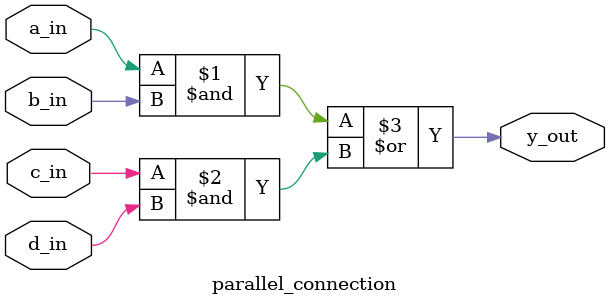
<source format=v>
`timescale 1ns / 1ps


module parallel_connection(
    input a_in,
    input b_in,
    input c_in,
    input d_in,
    output y_out
    );
    
assign y_out = (a_in & b_in) | (c_in & d_in);
    
specify
    specparam delay1=5;
    specparam delay2=6;
    specparam delay3=7;
    specparam delay4=8;
    
    if(a_in)
        (a_in=>y_out) = delay1;
    if(~a_in)
        (a_in=>y_out) = delay2;
    if(b_in)
        (b_in=>y_out) = delay1;
    if(~b_in)
        (b_in=>y_out) = delay2;
    /*if(c_in)
        (c_in=>y_out) = delay3;
    if(~c_in)
        (c_in=>y_out) = delay4;
    if(d_in)
        (d_in=>y_out) = delay3;
    if(~d_in)
        (d_in=>y_out) = delay4;*/
endspecify
endmodule

</source>
